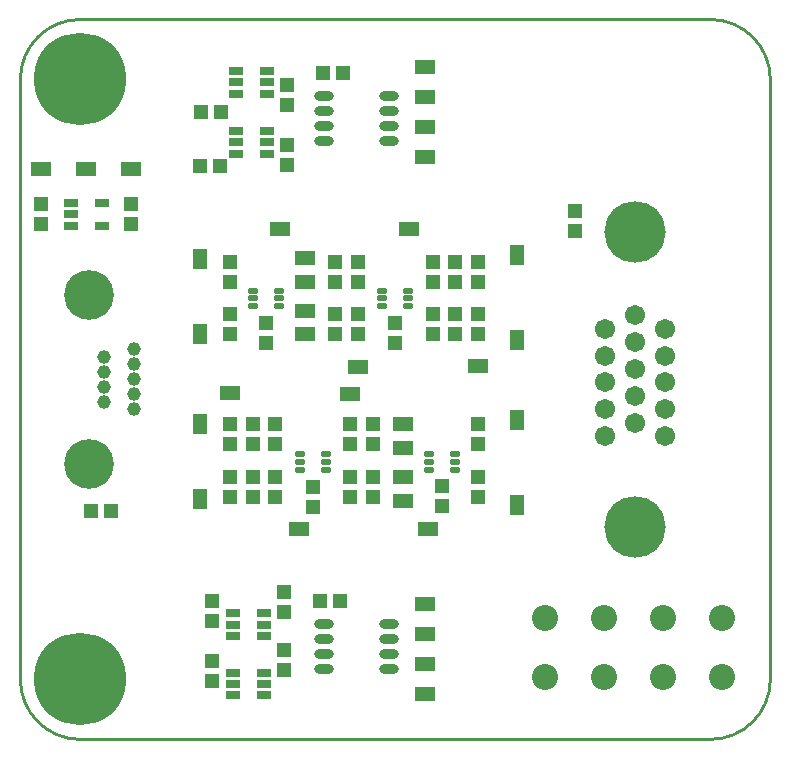
<source format=gts>
G04*
G04 #@! TF.GenerationSoftware,Altium Limited,Altium Designer,21.2.2 (38)*
G04*
G04 Layer_Color=8388736*
%FSLAX25Y25*%
%MOIN*%
G70*
G04*
G04 #@! TF.SameCoordinates,68DB08F9-83E3-4C5C-B4D2-480D45E1357E*
G04*
G04*
G04 #@! TF.FilePolarity,Negative*
G04*
G01*
G75*
%ADD12C,0.01000*%
%ADD15R,0.04540X0.04540*%
%ADD16R,0.04540X0.04540*%
%ADD17R,0.07099X0.04737*%
%ADD18R,0.04882X0.02913*%
%ADD19O,0.06509X0.03162*%
%ADD20R,0.04737X0.07099*%
%ADD21R,0.06902X0.04737*%
%ADD22O,0.03543X0.02165*%
%ADD23C,0.06706*%
%ADD24C,0.20485*%
%ADD25C,0.04540*%
%ADD26C,0.16548*%
%ADD27C,0.08674*%
%ADD28C,0.30800*%
%ADD29C,0.03800*%
D12*
X120000Y240000D02*
G03*
X100000Y220000I0J-20000D01*
G01*
X350000D02*
G03*
X330000Y240000I-20000J0D01*
G01*
Y0D02*
G03*
X350000Y20000I0J20000D01*
G01*
X100000D02*
G03*
X120000Y0I20000J0D01*
G01*
Y240000D02*
X330000D01*
X350000Y20000D02*
Y220000D01*
X120000Y0D02*
X330000D01*
X100000Y20000D02*
Y220000D01*
D15*
X225000Y132153D02*
D03*
Y138847D02*
D03*
X182000Y132153D02*
D03*
Y138847D02*
D03*
X197500Y77500D02*
D03*
Y84193D02*
D03*
X240500Y77653D02*
D03*
Y84346D02*
D03*
X188000Y29693D02*
D03*
Y23000D02*
D03*
Y49193D02*
D03*
Y42500D02*
D03*
X188969Y191307D02*
D03*
Y198000D02*
D03*
Y211307D02*
D03*
Y218000D02*
D03*
X252500Y87500D02*
D03*
Y80807D02*
D03*
X217500D02*
D03*
Y87500D02*
D03*
X210000D02*
D03*
Y80807D02*
D03*
X185000Y87500D02*
D03*
Y80807D02*
D03*
X177500D02*
D03*
Y87500D02*
D03*
X170000Y80807D02*
D03*
Y87500D02*
D03*
X252500Y105000D02*
D03*
Y98307D02*
D03*
X217500D02*
D03*
Y105000D02*
D03*
X210000D02*
D03*
Y98307D02*
D03*
X185000Y105000D02*
D03*
Y98307D02*
D03*
X177500D02*
D03*
Y105000D02*
D03*
X170000D02*
D03*
Y98307D02*
D03*
X252500Y159193D02*
D03*
Y152500D02*
D03*
X245000Y159193D02*
D03*
Y152500D02*
D03*
X252500Y135000D02*
D03*
Y141693D02*
D03*
X245000D02*
D03*
Y135000D02*
D03*
X237500D02*
D03*
Y141693D02*
D03*
Y152500D02*
D03*
Y159193D02*
D03*
X205000D02*
D03*
Y152500D02*
D03*
X212500D02*
D03*
Y159193D02*
D03*
Y135000D02*
D03*
Y141693D02*
D03*
X205000D02*
D03*
Y135000D02*
D03*
X170000Y152500D02*
D03*
Y159193D02*
D03*
Y135000D02*
D03*
Y141693D02*
D03*
X164000Y39500D02*
D03*
Y46193D02*
D03*
Y19500D02*
D03*
Y26193D02*
D03*
X137000Y171653D02*
D03*
Y178347D02*
D03*
X107000Y171653D02*
D03*
Y178347D02*
D03*
X285000Y176193D02*
D03*
Y169500D02*
D03*
D16*
X160307Y209000D02*
D03*
X167000D02*
D03*
X159807Y191000D02*
D03*
X166500D02*
D03*
X201000Y222000D02*
D03*
X207693D02*
D03*
X206693Y46000D02*
D03*
X200000D02*
D03*
X130347Y76000D02*
D03*
X123653D02*
D03*
D17*
X212500Y124000D02*
D03*
X252500Y124500D02*
D03*
X186500Y170000D02*
D03*
X229500D02*
D03*
X210000Y115000D02*
D03*
X170000Y115500D02*
D03*
X236000Y70000D02*
D03*
X193000D02*
D03*
X235000Y224000D02*
D03*
Y214000D02*
D03*
Y204000D02*
D03*
Y194000D02*
D03*
X107000Y190000D02*
D03*
X122000D02*
D03*
X137000D02*
D03*
X235000Y45000D02*
D03*
Y35000D02*
D03*
Y25000D02*
D03*
Y15000D02*
D03*
D18*
X171850Y215260D02*
D03*
Y219000D02*
D03*
Y222740D02*
D03*
X182087D02*
D03*
Y219000D02*
D03*
Y215260D02*
D03*
X171850Y195260D02*
D03*
Y199000D02*
D03*
Y202740D02*
D03*
X182087D02*
D03*
Y199000D02*
D03*
Y195260D02*
D03*
X171000Y41980D02*
D03*
Y38240D02*
D03*
Y34500D02*
D03*
X181236D02*
D03*
Y38240D02*
D03*
Y41980D02*
D03*
X170882Y22240D02*
D03*
Y18500D02*
D03*
Y14760D02*
D03*
X181118D02*
D03*
Y18500D02*
D03*
Y22240D02*
D03*
X127118Y178740D02*
D03*
Y171260D02*
D03*
X116882D02*
D03*
Y175000D02*
D03*
Y178740D02*
D03*
D19*
X222728Y199500D02*
D03*
Y204500D02*
D03*
Y209500D02*
D03*
Y214500D02*
D03*
X201272Y199500D02*
D03*
Y204500D02*
D03*
Y209500D02*
D03*
Y214500D02*
D03*
Y38500D02*
D03*
Y33500D02*
D03*
Y28500D02*
D03*
Y23500D02*
D03*
X222728Y38500D02*
D03*
Y33500D02*
D03*
Y28500D02*
D03*
Y23500D02*
D03*
D20*
X160000Y160000D02*
D03*
Y105000D02*
D03*
Y80000D02*
D03*
Y135000D02*
D03*
X265500Y133000D02*
D03*
Y161500D02*
D03*
Y106500D02*
D03*
Y78000D02*
D03*
D21*
X227500Y87500D02*
D03*
Y79626D02*
D03*
Y105000D02*
D03*
Y97126D02*
D03*
X195000Y152500D02*
D03*
Y160374D02*
D03*
Y135000D02*
D03*
Y142874D02*
D03*
D22*
X236169Y95059D02*
D03*
Y92500D02*
D03*
Y89941D02*
D03*
X244831Y95059D02*
D03*
Y92500D02*
D03*
Y89941D02*
D03*
X193169Y95059D02*
D03*
Y92500D02*
D03*
Y89941D02*
D03*
X201831Y95059D02*
D03*
Y92500D02*
D03*
Y89941D02*
D03*
X186331Y144441D02*
D03*
Y147000D02*
D03*
Y149559D02*
D03*
X177669Y144441D02*
D03*
Y147000D02*
D03*
Y149559D02*
D03*
X229331Y144441D02*
D03*
Y147000D02*
D03*
Y149559D02*
D03*
X220669Y144441D02*
D03*
Y147000D02*
D03*
Y149559D02*
D03*
D23*
X315000Y136949D02*
D03*
Y127972D02*
D03*
Y118996D02*
D03*
Y110020D02*
D03*
Y101043D02*
D03*
X295000D02*
D03*
X305000Y114508D02*
D03*
X295000Y110020D02*
D03*
X305000Y123484D02*
D03*
X295000Y118996D02*
D03*
X305000Y132461D02*
D03*
X295000Y127972D02*
D03*
X305000Y105532D02*
D03*
Y141437D02*
D03*
X295000Y136949D02*
D03*
D24*
X305000Y169193D02*
D03*
Y70807D02*
D03*
D25*
X138000Y120000D02*
D03*
Y125000D02*
D03*
Y130000D02*
D03*
Y115000D02*
D03*
Y110000D02*
D03*
X128000Y122500D02*
D03*
Y127500D02*
D03*
Y112500D02*
D03*
Y117500D02*
D03*
D26*
X123000Y148248D02*
D03*
Y91752D02*
D03*
D27*
X274815Y40500D02*
D03*
X294500D02*
D03*
X314185D02*
D03*
X333870D02*
D03*
X274815Y20815D02*
D03*
X294500D02*
D03*
X314185D02*
D03*
X333870D02*
D03*
D28*
X120000Y20000D02*
D03*
Y220000D02*
D03*
D29*
X129842Y25905D02*
D03*
X125906Y10158D02*
D03*
X110158Y14095D02*
D03*
X125906Y29842D02*
D03*
X129842Y14095D02*
D03*
X114094Y10158D02*
D03*
Y29842D02*
D03*
X108750Y20000D02*
D03*
X120000Y8750D02*
D03*
X131250Y20000D02*
D03*
X120000Y31250D02*
D03*
X110158Y25905D02*
D03*
X129842Y225905D02*
D03*
X125906Y210157D02*
D03*
X110158Y214094D02*
D03*
X125906Y229842D02*
D03*
X129842Y214094D02*
D03*
X114094Y210157D02*
D03*
Y229842D02*
D03*
X108750Y220000D02*
D03*
X120000Y208750D02*
D03*
X131250Y220000D02*
D03*
X120000Y231250D02*
D03*
X110158Y225905D02*
D03*
M02*

</source>
